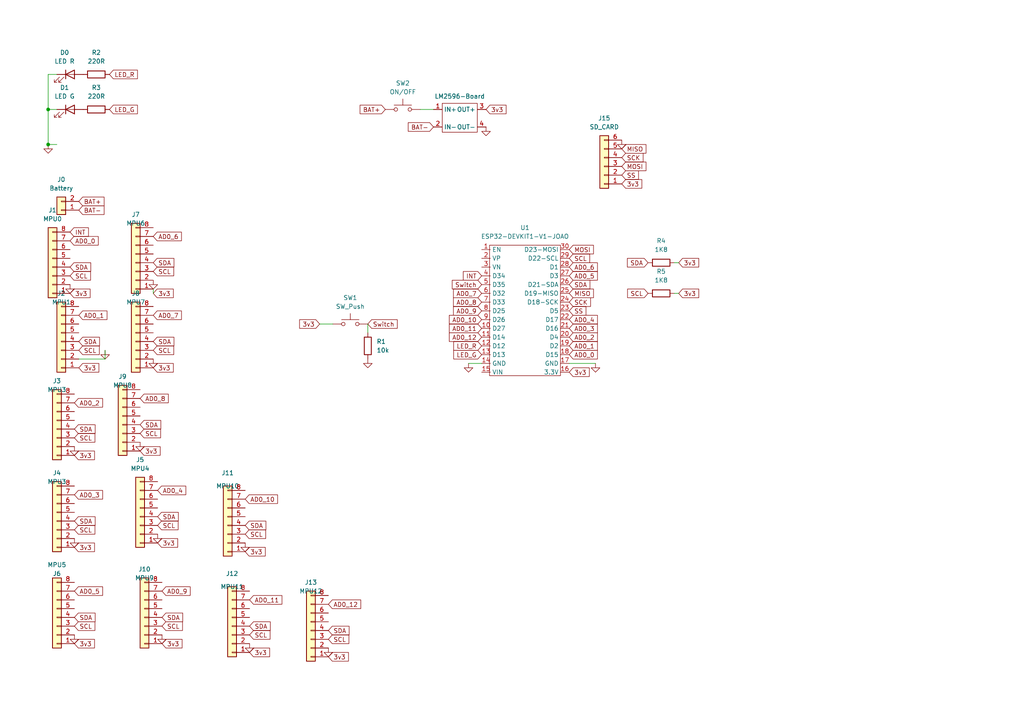
<source format=kicad_sch>
(kicad_sch (version 20230121) (generator eeschema)
  (paper "A4")
  (title_block (title "First Board") (date "2023-07-02") (rev "V0") (company "Gait Analysis project") (comment 1 "João Pedro Lima de Albuquerque") (comment 2 "Gabriel Lopes Sampaio Agune") (comment 3 "Guilherme Rodrigues de Amorim") (comment 4 "Indra Luisa Nascimento Marques"))
  (lib_symbols
    (symbol "Connector_Generic:Conn_01x02" (pin_names (offset 1.016) hide)
      (property "Reference" "J" (at 0 2.54 0))
      (property "Value" "Conn_01x02" (at 0 -5.08 0))
      (symbol "Conn_01x02_1_1"
        (rectangle (start -1.27 -2.413) (end 0 -2.667) (stroke (width 0.1524)))
        (rectangle (start -1.27 0.127) (end 0 -0.127) (stroke (width 0.1524)))
        (rectangle (start -1.27 1.27) (end 1.27 -3.81) (stroke (width 0.254)) (fill (type background)))
        (pin passive line (at -5.08 0 0) (length 3.81) (name "Pin_1") (number "1"))
        (pin passive line (at -5.08 -2.54 0) (length 3.81) (name "Pin_2") (number "2"))
      )
    )
    (symbol "Connector_Generic:Conn_01x06" (pin_names (offset 1.016) hide)
      (property "Reference" "J" (at 0 7.62 0))
      (property "Value" "Conn_01x06" (at 0 -10.16 0))
      (symbol "Conn_01x06_1_1"
        (rectangle (start -1.27 -7.493) (end 0 -7.747) (stroke (width 0.1524)))
        (rectangle (start -1.27 -4.953) (end 0 -5.207) (stroke (width 0.1524)))
        (rectangle (start -1.27 -2.413) (end 0 -2.667) (stroke (width 0.1524)))
        (rectangle (start -1.27 0.127) (end 0 -0.127) (stroke (width 0.1524)))
        (rectangle (start -1.27 2.667) (end 0 2.413) (stroke (width 0.1524)))
        (rectangle (start -1.27 5.207) (end 0 4.953) (stroke (width 0.1524)))
        (rectangle (start -1.27 6.35) (end 1.27 -8.89) (stroke (width 0.254)) (fill (type background)))
        (pin passive line (at -5.08 5.08 0) (length 3.81) (name "Pin_1") (number "1"))
        (pin passive line (at -5.08 2.54 0) (length 3.81) (name "Pin_2") (number "2"))
        (pin passive line (at -5.08 0 0) (length 3.81) (name "Pin_3") (number "3"))
        (pin passive line (at -5.08 -2.54 0) (length 3.81) (name "Pin_4") (number "4"))
        (pin passive line (at -5.08 -5.08 0) (length 3.81) (name "Pin_5") (number "5"))
        (pin passive line (at -5.08 -7.62 0) (length 3.81) (name "Pin_6") (number "6"))
      )
    )
    (symbol "Connector_Generic:Conn_01x08" (pin_names (offset 1.016) hide)
      (property "Reference" "J" (at 0 10.16 0))
      (property "Value" "Conn_01x08" (at 0 -12.7 0))
      (symbol "Conn_01x08_1_1"
        (rectangle (start -1.27 -10.033) (end 0 -10.287) (stroke (width 0.1524)))
        (rectangle (start -1.27 -7.493) (end 0 -7.747) (stroke (width 0.1524)))
        (rectangle (start -1.27 -4.953) (end 0 -5.207) (stroke (width 0.1524)))
        (rectangle (start -1.27 -2.413) (end 0 -2.667) (stroke (width 0.1524)))
        (rectangle (start -1.27 0.127) (end 0 -0.127) (stroke (width 0.1524)))
        (rectangle (start -1.27 2.667) (end 0 2.413) (stroke (width 0.1524)))
        (rectangle (start -1.27 5.207) (end 0 4.953) (stroke (width 0.1524)))
        (rectangle (start -1.27 7.747) (end 0 7.493) (stroke (width 0.1524)))
        (rectangle (start -1.27 8.89) (end 1.27 -11.43) (stroke (width 0.254)) (fill (type background)))
        (pin passive line (at -5.08 7.62 0) (length 3.81) (name "Pin_1") (number "1"))
        (pin passive line (at -5.08 5.08 0) (length 3.81) (name "Pin_2") (number "2"))
        (pin passive line (at -5.08 2.54 0) (length 3.81) (name "Pin_3") (number "3"))
        (pin passive line (at -5.08 0 0) (length 3.81) (name "Pin_4") (number "4"))
        (pin passive line (at -5.08 -2.54 0) (length 3.81) (name "Pin_5") (number "5"))
        (pin passive line (at -5.08 -5.08 0) (length 3.81) (name "Pin_6") (number "6"))
        (pin passive line (at -5.08 -7.62 0) (length 3.81) (name "Pin_7") (number "7"))
        (pin passive line (at -5.08 -10.16 0) (length 3.81) (name "Pin_8") (number "8"))
      )
    )
    (symbol "Device:LED" (pin_numbers hide) (pin_names (offset 1.016) hide)
      (property "Reference" "D" (at 0 2.54 0))
      (property "Value" "LED" (at 0 -2.54 0))
      (symbol "LED_0_1"
        (polyline (pts (xy -1.27 -1.27) (xy -1.27 1.27)) (stroke (width 0.254)))
        (polyline (pts (xy -1.27 0) (xy 1.27 0)))
        (polyline (pts (xy 1.27 -1.27) (xy 1.27 1.27) (xy -1.27 0) (xy 1.27 -1.27)) (stroke (width 0.254)))
        (polyline (pts (xy -3.048 -0.762) (xy -4.572 -2.286) (xy -3.81 -2.286) (xy -4.572 -2.286) (xy -4.572 -1.524)))
        (polyline (pts (xy -1.778 -0.762) (xy -3.302 -2.286) (xy -2.54 -2.286) (xy -3.302 -2.286) (xy -3.302 -1.524)))
      )
      (symbol "LED_1_1"
        (pin passive line (at -3.81 0 0) (length 2.54) (name "K") (number "1"))
        (pin passive line (at 3.81 0 180) (length 2.54) (name "A") (number "2"))
      )
    )
    (symbol "Device:R" (pin_numbers hide) (pin_names (offset 0))
      (property "Reference" "R" (at 2.032 0 90))
      (property "Value" "R" (at 0 0 90))
      (symbol "R_0_1"
        (rectangle (start -1.016 -2.54) (end 1.016 2.54) (stroke (width 0.254)))
      )
      (symbol "R_1_1"
        (pin passive line (at 0 3.81 270) (length 1.27) (name "~") (number "1"))
        (pin passive line (at 0 -3.81 90) (length 1.27) (name "~") (number "2"))
      )
    )
    (symbol "Switch:SW_Push" (pin_numbers hide) (pin_names (offset 1.016) hide)
      (property "Reference" "SW" (at 1.27 2.54 0))
      (property "Value" "SW_Push" (at 0 -1.524 0))
      (symbol "SW_Push_0_1"
        (circle (center -2.032 0) (radius 0.508))
        (polyline (pts (xy 0 1.27) (xy 0 3.048)))
        (polyline (pts (xy 2.54 1.27) (xy -2.54 1.27)))
        (circle (center 2.032 0) (radius 0.508))
        (pin passive line (at -5.08 0 0) (length 2.54) (name "1") (number "1"))
        (pin passive line (at 5.08 0 180) (length 2.54) (name "2") (number "2"))
      )
    )
    (symbol "TCC_Library:ESP32-DEVKIT1-V1-JOAO"
      (property "Reference" "U" (at -1.778 32.004 0))
      (property "Value" "ESP32-DEVKIT1-V1-JOAO" (at -1.778 32.004 0))
      (symbol "ESP32-DEVKIT1-V1-JOAO_0_1"
        (rectangle (start -10.414 21.59) (end 10.16 -16.256))
      )
      (symbol "ESP32-DEVKIT1-V1-JOAO_1_1"
        (pin input line (at -12.7 20.32 0) (length 2.54) (name "EN") (number "1"))
        (pin input line (at -12.7 -2.54 0) (length 2.54) (name "D27") (number "10"))
        (pin input line (at -12.7 -5.08 0) (length 2.54) (name "D14") (number "11"))
        (pin input line (at -12.7 -7.62 0) (length 2.54) (name "D12") (number "12"))
        (pin input line (at -12.7 -10.16 0) (length 2.54) (name "D13") (number "13"))
        (pin power_out line (at -12.7 -12.7 0) (length 2.54) (name "GND") (number "14"))
        (pin power_in line (at -12.7 -15.24 0) (length 2.54) (name "VIN") (number "15"))
        (pin input line (at 12.7 -15.24 180) (length 2.54) (name "3.3V") (number "16"))
        (pin power_out line (at 12.7 -12.7 180) (length 2.54) (name "GND") (number "17"))
        (pin input line (at 12.7 -10.16 180) (length 2.54) (name "D15") (number "18"))
        (pin input line (at 12.7 -7.62 180) (length 2.54) (name "D2") (number "19"))
        (pin input line (at -12.7 17.78 0) (length 2.54) (name "VP") (number "2"))
        (pin input line (at 12.7 -5.08 180) (length 2.54) (name "D4") (number "20"))
        (pin input line (at 12.7 -2.54 180) (length 2.54) (name "D16") (number "21"))
        (pin input line (at 12.7 0 180) (length 2.54) (name "D17") (number "22"))
        (pin input line (at 12.7 2.54 180) (length 2.54) (name "D5") (number "23"))
        (pin input line (at 12.7 5.08 180) (length 2.54) (name "D18-SCK") (number "24"))
        (pin input line (at 12.7 7.62 180) (length 2.54) (name "D19-MISO") (number "25"))
        (pin input line (at 12.7 10.16 180) (length 2.54) (name "D21-SDA") (number "26"))
        (pin input line (at 12.7 12.7 180) (length 2.54) (name "D3") (number "27"))
        (pin input line (at 12.7 15.24 180) (length 2.54) (name "D1") (number "28"))
        (pin output line (at 12.7 17.78 180) (length 2.54) (name "D22-SCL") (number "29"))
        (pin input line (at -12.7 15.24 0) (length 2.54) (name "VN") (number "3"))
        (pin output line (at 12.7 20.32 180) (length 2.54) (name "D23-MOSI") (number "30"))
        (pin input line (at -12.7 12.7 0) (length 2.54) (name "D34") (number "4"))
        (pin input line (at -12.7 10.16 0) (length 2.54) (name "D35") (number "5"))
        (pin input line (at -12.7 7.62 0) (length 2.54) (name "D32") (number "6"))
        (pin input line (at -12.7 5.08 0) (length 2.54) (name "D33") (number "7"))
        (pin input line (at -12.7 2.54 0) (length 2.54) (name "D25") (number "8"))
        (pin input line (at -12.7 0 0) (length 2.54) (name "D26") (number "9"))
      )
    )
    (symbol "TCC_Library:LM2596-Board"
      (property "Value" "LM2596-Board" (at -0.254 5.588 0))
      (symbol "LM2596-Board_0_1"
        (rectangle (start 5.08 4.318) (end -5.08 -4.064))
      )
      (symbol "LM2596-Board_1_1"
        (pin input line (at -7.62 2.54 0) (length 2.54) (name "IN+") (number "1"))
        (pin input line (at -7.62 -2.54 0) (length 2.54) (name "IN-") (number "2"))
        (pin input line (at 7.62 2.54 180) (length 2.54) (name "OUT+") (number "3"))
        (pin input line (at 7.62 -2.54 180) (length 2.54) (name "OUT-") (number "4"))
      )
    )
    (symbol "power:GND" (power) (pin_names (offset 0))
      (property "Value" "GND" (at 0 -3.81 0))
      (symbol "GND_0_1"
        (polyline (pts (xy 0 0) (xy 0 -1.27) (xy 1.27 -1.27) (xy 0 -2.54) (xy -1.27 -1.27) (xy 0 -1.27)))
      )
      (symbol "GND_1_1"
        (pin power_in line (at 0 0 270) (length 0) hide (name "GND") (number "1"))
      )
    )
  )
  (junction (at 13.97 41.91))
  (junction (at 13.97 31.75))
  (wire (pts (xy 44.45 83.82) (xy 44.45 85.09)))
  (wire (pts (xy 16.51 21.59) (xy 13.97 21.59)))
  (wire (pts (xy 106.68 93.98) (xy 106.68 96.52)))
  (wire (pts (xy 13.97 31.75) (xy 13.97 41.91)))
  (wire (pts (xy 92.71 93.98) (xy 96.52 93.98)))
  (wire (pts (xy 16.51 31.75) (xy 13.97 31.75)))
  (wire (pts (xy 13.97 21.59) (xy 13.97 31.75)))
  (wire (pts (xy 196.85 85.09) (xy 195.58 85.09)))
  (wire (pts (xy 121.92 31.75) (xy 125.73 31.75)))
  (wire (pts (xy 22.86 104.14) (xy 30.48 104.14)))
  (wire (pts (xy 30.48 104.14) (xy 30.48 101.6)))
  (wire (pts (xy 196.85 76.2) (xy 195.58 76.2)))
  (wire (pts (xy 172.72 105.41) (xy 165.1 105.41)))
  (wire (pts (xy 135.89 105.41) (xy 139.7 105.41)))
  (wire (pts (xy 13.97 41.91) (xy 16.51 41.91)))
  (global_label "3v3" (shape input) (at 44.45 85.09 0) (property "Intersheetrefs" "${INTERSHEET_REFS}" (effects hide)))
  (global_label "AD0_9" (shape input) (at 139.7 90.17 180) (property "Intersheetrefs" "${INTERSHEET_REFS}" (effects hide)))
  (global_label "LED_G" (shape input) (at 139.7 102.87 180) (property "Intersheetrefs" "${INTERSHEET_REFS}" (effects hide)))
  (global_label "SCL" (shape input) (at 21.59 127 0) (property "Intersheetrefs" "${INTERSHEET_REFS}" (effects hide)))
  (global_label "SDA" (shape input) (at 72.39 181.61 0) (property "Intersheetrefs" "${INTERSHEET_REFS}" (effects hide)))
  (global_label "LED_R" (shape input) (at 139.7 100.33 180) (property "Intersheetrefs" "${INTERSHEET_REFS}" (effects hide)))
  (global_label "SDA" (shape input) (at 165.1 82.55 0) (property "Intersheetrefs" "${INTERSHEET_REFS}" (effects hide)))
  (global_label "BAT-" (shape input) (at 125.73 36.83 180) (property "Intersheetrefs" "${INTERSHEET_REFS}" (effects hide)))
  (global_label "Switch" (shape input) (at 139.7 82.55 180) (property "Intersheetrefs" "${INTERSHEET_REFS}" (effects hide)))
  (global_label "AD0_4" (shape input) (at 165.1 92.71 0) (property "Intersheetrefs" "${INTERSHEET_REFS}" (effects hide)))
  (global_label "AD0_7" (shape input) (at 139.7 85.09 180) (property "Intersheetrefs" "${INTERSHEET_REFS}" (effects hide)))
  (global_label "SCL" (shape input) (at 71.12 154.94 0) (property "Intersheetrefs" "${INTERSHEET_REFS}" (effects hide)))
  (global_label "3v3" (shape input) (at 165.1 107.95 0) (property "Intersheetrefs" "${INTERSHEET_REFS}" (effects hide)))
  (global_label "3v3" (shape input) (at 21.59 186.69 0) (property "Intersheetrefs" "${INTERSHEET_REFS}" (effects hide)))
  (global_label "AD0_8" (shape input) (at 139.7 87.63 180) (property "Intersheetrefs" "${INTERSHEET_REFS}" (effects hide)))
  (global_label "MISO" (shape input) (at 165.1 85.09 0) (property "Intersheetrefs" "${INTERSHEET_REFS}" (effects hide)))
  (global_label "AD0_6" (shape input) (at 165.1 77.47 0) (property "Intersheetrefs" "${INTERSHEET_REFS}" (effects hide)))
  (global_label "SCL" (shape input) (at 187.96 85.09 180) (property "Intersheetrefs" "${INTERSHEET_REFS}" (effects hide)))
  (global_label "AD0_5" (shape input) (at 165.1 80.01 0) (property "Intersheetrefs" "${INTERSHEET_REFS}" (effects hide)))
  (global_label "AD0_0" (shape input) (at 20.32 69.85 0) (property "Intersheetrefs" "${INTERSHEET_REFS}" (effects hide)))
  (global_label "LED_R" (shape input) (at 31.75 21.59 0) (property "Intersheetrefs" "${INTERSHEET_REFS}" (effects hide)))
  (global_label "AD0_11" (shape input) (at 139.7 95.25 180) (property "Intersheetrefs" "${INTERSHEET_REFS}" (effects hide)))
  (global_label "SDA" (shape input) (at 45.72 149.86 0) (property "Intersheetrefs" "${INTERSHEET_REFS}" (effects hide)))
  (global_label "SCL" (shape input) (at 45.72 152.4 0) (property "Intersheetrefs" "${INTERSHEET_REFS}" (effects hide)))
  (global_label "LED_G" (shape input) (at 31.75 31.75 0) (property "Intersheetrefs" "${INTERSHEET_REFS}" (effects hide)))
  (global_label "MISO" (shape input) (at 180.34 43.18 0) (property "Intersheetrefs" "${INTERSHEET_REFS}" (effects hide)))
  (global_label "3v3" (shape input) (at 95.25 190.5 0) (property "Intersheetrefs" "${INTERSHEET_REFS}" (effects hide)))
  (global_label "3v3" (shape input) (at 180.34 53.34 0) (property "Intersheetrefs" "${INTERSHEET_REFS}" (effects hide)))
  (global_label "AD0_7" (shape input) (at 44.45 91.44 0) (property "Intersheetrefs" "${INTERSHEET_REFS}" (effects hide)))
  (global_label "MOSI" (shape input) (at 165.1 72.39 0) (property "Intersheetrefs" "${INTERSHEET_REFS}" (effects hide)))
  (global_label "SS" (shape input) (at 165.1 90.17 0) (property "Intersheetrefs" "${INTERSHEET_REFS}" (effects hide)))
  (global_label "SCK" (shape input) (at 180.34 45.72 0) (property "Intersheetrefs" "${INTERSHEET_REFS}" (effects hide)))
  (global_label "AD0_2" (shape input) (at 165.1 97.79 0) (property "Intersheetrefs" "${INTERSHEET_REFS}" (effects hide)))
  (global_label "SDA" (shape input) (at 20.32 77.47 0) (property "Intersheetrefs" "${INTERSHEET_REFS}" (effects hide)))
  (global_label "3v3" (shape input) (at 196.85 76.2 0) (property "Intersheetrefs" "${INTERSHEET_REFS}" (effects hide)))
  (global_label "3v3" (shape input) (at 20.32 85.09 0) (property "Intersheetrefs" "${INTERSHEET_REFS}" (effects hide)))
  (global_label "SCL" (shape input) (at 40.64 125.73 0) (property "Intersheetrefs" "${INTERSHEET_REFS}" (effects hide)))
  (global_label "3v3" (shape input) (at 46.99 186.69 0) (property "Intersheetrefs" "${INTERSHEET_REFS}" (effects hide)))
  (global_label "SS" (shape input) (at 180.34 50.8 0) (property "Intersheetrefs" "${INTERSHEET_REFS}" (effects hide)))
  (global_label "AD0_4" (shape input) (at 45.72 142.24 0) (property "Intersheetrefs" "${INTERSHEET_REFS}" (effects hide)))
  (global_label "AD0_5" (shape input) (at 21.59 171.45 0) (property "Intersheetrefs" "${INTERSHEET_REFS}" (effects hide)))
  (global_label "SCL" (shape input) (at 95.25 185.42 0) (property "Intersheetrefs" "${INTERSHEET_REFS}" (effects hide)))
  (global_label "SCK" (shape input) (at 165.1 87.63 0) (property "Intersheetrefs" "${INTERSHEET_REFS}" (effects hide)))
  (global_label "AD0_10" (shape input) (at 139.7 92.71 180) (property "Intersheetrefs" "${INTERSHEET_REFS}" (effects hide)))
  (global_label "SDA" (shape input) (at 95.25 182.88 0) (property "Intersheetrefs" "${INTERSHEET_REFS}" (effects hide)))
  (global_label "AD0_1" (shape input) (at 22.86 91.44 0) (property "Intersheetrefs" "${INTERSHEET_REFS}" (effects hide)))
  (global_label "3v3" (shape input) (at 140.97 31.75 0) (property "Intersheetrefs" "${INTERSHEET_REFS}" (effects hide)))
  (global_label "Switch" (shape input) (at 106.68 93.98 0) (property "Intersheetrefs" "${INTERSHEET_REFS}" (effects hide)))
  (global_label "SDA" (shape input) (at 44.45 76.2 0) (property "Intersheetrefs" "${INTERSHEET_REFS}" (effects hide)))
  (global_label "SDA" (shape input) (at 22.86 99.06 0) (property "Intersheetrefs" "${INTERSHEET_REFS}" (effects hide)))
  (global_label "SDA" (shape input) (at 21.59 124.46 0) (property "Intersheetrefs" "${INTERSHEET_REFS}" (effects hide)))
  (global_label "SDA" (shape input) (at 71.12 152.4 0) (property "Intersheetrefs" "${INTERSHEET_REFS}" (effects hide)))
  (global_label "3v3" (shape input) (at 44.45 106.68 0) (property "Intersheetrefs" "${INTERSHEET_REFS}" (effects hide)))
  (global_label "AD0_12" (shape input) (at 95.25 175.26 0) (property "Intersheetrefs" "${INTERSHEET_REFS}" (effects hide)))
  (global_label "INT" (shape input) (at 20.32 67.31 0) (property "Intersheetrefs" "${INTERSHEET_REFS}" (effects hide)))
  (global_label "AD0_1" (shape input) (at 165.1 100.33 0) (property "Intersheetrefs" "${INTERSHEET_REFS}" (effects hide)))
  (global_label "AD0_8" (shape input) (at 40.64 115.57 0) (property "Intersheetrefs" "${INTERSHEET_REFS}" (effects hide)))
  (global_label "AD0_6" (shape input) (at 44.45 68.58 0) (property "Intersheetrefs" "${INTERSHEET_REFS}" (effects hide)))
  (global_label "AD0_9" (shape input) (at 46.99 171.45 0) (property "Intersheetrefs" "${INTERSHEET_REFS}" (effects hide)))
  (global_label "AD0_11" (shape input) (at 72.39 173.99 0) (property "Intersheetrefs" "${INTERSHEET_REFS}" (effects hide)))
  (global_label "BAT+" (shape input) (at 111.76 31.75 180) (property "Intersheetrefs" "${INTERSHEET_REFS}" (effects hide)))
  (global_label "3v3" (shape input) (at 22.86 106.68 0) (property "Intersheetrefs" "${INTERSHEET_REFS}" (effects hide)))
  (global_label "AD0_3" (shape input) (at 21.59 143.51 0) (property "Intersheetrefs" "${INTERSHEET_REFS}" (effects hide)))
  (global_label "3v3" (shape input) (at 21.59 132.08 0) (property "Intersheetrefs" "${INTERSHEET_REFS}" (effects hide)))
  (global_label "3v3" (shape input) (at 72.39 189.23 0) (property "Intersheetrefs" "${INTERSHEET_REFS}" (effects hide)))
  (global_label "3v3" (shape input) (at 92.71 93.98 180) (property "Intersheetrefs" "${INTERSHEET_REFS}" (effects hide)))
  (global_label "SCL" (shape input) (at 21.59 153.67 0) (property "Intersheetrefs" "${INTERSHEET_REFS}" (effects hide)))
  (global_label "INT" (shape input) (at 139.7 80.01 180) (property "Intersheetrefs" "${INTERSHEET_REFS}" (effects hide)))
  (global_label "3v3" (shape input) (at 196.85 85.09 0) (property "Intersheetrefs" "${INTERSHEET_REFS}" (effects hide)))
  (global_label "SCL" (shape input) (at 72.39 184.15 0) (property "Intersheetrefs" "${INTERSHEET_REFS}" (effects hide)))
  (global_label "SCL" (shape input) (at 165.1 74.93 0) (property "Intersheetrefs" "${INTERSHEET_REFS}" (effects hide)))
  (global_label "SCL" (shape input) (at 44.45 78.74 0) (property "Intersheetrefs" "${INTERSHEET_REFS}" (effects hide)))
  (global_label "3v3" (shape input) (at 45.72 157.48 0) (property "Intersheetrefs" "${INTERSHEET_REFS}" (effects hide)))
  (global_label "SCL" (shape input) (at 21.59 181.61 0) (property "Intersheetrefs" "${INTERSHEET_REFS}" (effects hide)))
  (global_label "SCL" (shape input) (at 46.99 181.61 0) (property "Intersheetrefs" "${INTERSHEET_REFS}" (effects hide)))
  (global_label "SDA" (shape input) (at 40.64 123.19 0) (property "Intersheetrefs" "${INTERSHEET_REFS}" (effects hide)))
  (global_label "AD0_0" (shape input) (at 165.1 102.87 0) (property "Intersheetrefs" "${INTERSHEET_REFS}" (effects hide)))
  (global_label "MOSI" (shape input) (at 180.34 48.26 0) (property "Intersheetrefs" "${INTERSHEET_REFS}" (effects hide)))
  (global_label "AD0_10" (shape input) (at 71.12 144.78 0) (property "Intersheetrefs" "${INTERSHEET_REFS}" (effects hide)))
  (global_label "SCL" (shape input) (at 22.86 101.6 0) (property "Intersheetrefs" "${INTERSHEET_REFS}" (effects hide)))
  (global_label "AD0_2" (shape input) (at 21.59 116.84 0) (property "Intersheetrefs" "${INTERSHEET_REFS}" (effects hide)))
  (global_label "SDA" (shape input) (at 46.99 179.07 0) (property "Intersheetrefs" "${INTERSHEET_REFS}" (effects hide)))
  (global_label "AD0_3" (shape input) (at 165.1 95.25 0) (property "Intersheetrefs" "${INTERSHEET_REFS}" (effects hide)))
  (global_label "SCL" (shape input) (at 20.32 80.01 0) (property "Intersheetrefs" "${INTERSHEET_REFS}" (effects hide)))
  (global_label "BAT-" (shape input) (at 22.86 60.96 0) (property "Intersheetrefs" "${INTERSHEET_REFS}" (effects hide)))
  (global_label "SDA" (shape input) (at 187.96 76.2 180) (property "Intersheetrefs" "${INTERSHEET_REFS}" (effects hide)))
  (global_label "SCL" (shape input) (at 44.45 101.6 0) (property "Intersheetrefs" "${INTERSHEET_REFS}" (effects hide)))
  (global_label "3v3" (shape input) (at 71.12 160.02 0) (property "Intersheetrefs" "${INTERSHEET_REFS}" (effects hide)))
  (global_label "3v3" (shape input) (at 21.59 158.75 0) (property "Intersheetrefs" "${INTERSHEET_REFS}" (effects hide)))
  (global_label "3v3" (shape input) (at 40.64 130.81 0) (property "Intersheetrefs" "${INTERSHEET_REFS}" (effects hide)))
  (global_label "SDA" (shape input) (at 44.45 99.06 0) (property "Intersheetrefs" "${INTERSHEET_REFS}" (effects hide)))
  (global_label "BAT+" (shape input) (at 22.86 58.42 0) (property "Intersheetrefs" "${INTERSHEET_REFS}" (effects hide)))
  (global_label "SDA" (shape input) (at 21.59 179.07 0) (property "Intersheetrefs" "${INTERSHEET_REFS}" (effects hide)))
  (global_label "AD0_12" (shape input) (at 139.7 97.79 180) (property "Intersheetrefs" "${INTERSHEET_REFS}" (effects hide)))
  (global_label "SDA" (shape input) (at 21.59 151.13 0) (property "Intersheetrefs" "${INTERSHEET_REFS}" (effects hide)))
  (symbol (lib_id "power:GND") (at 95.25 187.96 0) (unit 1)
    (property "Reference" "#PWR0103" (effects hide))
    (property "Value" "GND" (effects hide))
  )
  (symbol (lib_id "TCC_Library:ESP32-DEVKIT1-V1-JOAO") (at 152.4 92.71 0) (unit 1)
    (property "Reference" "U1" (at 152.273 66.04 0))
    (property "Value" "ESP32-DEVKIT1-V1-JOAO" (at 152.273 68.58 0))
    (property "Footprint" "TCC_FOOTPRINTS:MODULE_ESP32_DEVKIT_V1" (effects hide))
  )
  (symbol (lib_id "Device:LED") (at 20.32 31.75 0) (unit 1)
    (property "Reference" "D1" (at 18.7325 25.4 0))
    (property "Value" "LED G" (at 18.7325 27.94 0))
    (property "Footprint" "Resistor_THT:R_Axial_DIN0204_L3.6mm_D1.6mm_P7.62mm_Horizontal" (effects hide))
  )
  (symbol (lib_id "Connector_Generic:Conn_01x08") (at 35.56 123.19 180) (unit 1)
    (property "Reference" "J9" (at 35.56 109.22 0))
    (property "Value" "MPU8" (at 35.56 111.76 0))
    (property "Footprint" "Connector_PinHeader_2.54mm:PinHeader_1x08_P2.54mm_Vertical" (effects hide))
  )
  (symbol (lib_id "power:GND") (at 71.12 157.48 0) (unit 1)
    (property "Reference" "#PWR0107" (effects hide))
    (property "Value" "GND" (effects hide))
  )
  (symbol (lib_id "Connector_Generic:Conn_01x08") (at 16.51 124.46 180) (unit 1)
    (property "Reference" "J3" (at 16.51 110.49 0))
    (property "Value" "MPU3" (at 16.51 113.03 0))
    (property "Footprint" "Connector_PinHeader_2.54mm:PinHeader_1x08_P2.54mm_Vertical" (effects hide))
  )
  (symbol (lib_id "power:GND") (at 20.32 82.55 0) (unit 1)
    (property "Reference" "#PWR0109" (effects hide))
    (property "Value" "GND" (effects hide))
  )
  (symbol (lib_id "power:GND") (at 72.39 186.69 0) (unit 1)
    (property "Reference" "#PWR0105" (effects hide))
    (property "Value" "GND" (effects hide))
  )
  (symbol (lib_id "Switch:SW_Push") (at 101.6 93.98 0) (unit 1)
    (property "Reference" "SW1" (at 101.6 86.36 0))
    (property "Value" "SW_Push" (at 101.6 88.9 0))
    (property "Footprint" "Button_Switch_THT:SW_PUSH_6mm_H5mm" (effects hide))
  )
  (symbol (lib_id "Device:R") (at 191.77 85.09 90) (unit 1)
    (property "Reference" "R5" (at 191.77 78.74 90))
    (property "Value" "1K8" (at 191.77 81.28 90))
    (property "Footprint" "Resistor_THT:R_Axial_DIN0207_L6.3mm_D2.5mm_P10.16mm_Horizontal" (effects hide))
  )
  (symbol (lib_id "power:GND") (at 180.34 40.64 0) (unit 1)
    (property "Reference" "#PWR0118" (effects hide))
    (property "Value" "GND" (effects hide))
  )
  (symbol (lib_id "Connector_Generic:Conn_01x06") (at 175.26 48.26 180) (unit 1)
    (property "Reference" "J15" (at 175.26 34.29 0))
    (property "Value" "SD_CARD" (at 175.26 36.83 0))
    (property "Footprint" "Connector_PinHeader_2.54mm:PinHeader_1x06_P2.54mm_Vertical" (effects hide))
  )
  (symbol (lib_id "power:GND") (at 106.68 104.14 0) (unit 1)
    (property "Reference" "#PWR01" (effects hide))
    (property "Value" "GND" (effects hide))
  )
  (symbol (lib_id "Connector_Generic:Conn_01x08") (at 66.04 152.4 180) (unit 1)
    (property "Reference" "J11" (at 66.04 137.16 0))
    (property "Value" "MPU10" (at 66.04 140.97 0))
    (property "Footprint" "Connector_PinHeader_2.54mm:PinHeader_1x08_P2.54mm_Vertical" (effects hide))
  )
  (symbol (lib_id "power:GND") (at 44.45 104.14 0) (unit 1)
    (property "Reference" "#PWR0112" (effects hide))
    (property "Value" "GND" (effects hide))
  )
  (symbol (lib_id "Device:R") (at 27.94 21.59 90) (unit 1)
    (property "Reference" "R2" (at 27.94 15.24 90))
    (property "Value" "220R" (at 27.94 17.78 90))
    (property "Footprint" "Resistor_THT:R_Axial_DIN0207_L6.3mm_D2.5mm_P10.16mm_Horizontal" (effects hide))
  )
  (symbol (lib_id "power:GND") (at 21.59 129.54 0) (unit 1)
    (property "Reference" "#PWR0116" (effects hide))
    (property "Value" "GND" (effects hide))
  )
  (symbol (lib_id "Connector_Generic:Conn_01x08") (at 39.37 99.06 180) (unit 1)
    (property "Reference" "J8" (at 39.37 85.09 0))
    (property "Value" "MPU7" (at 39.37 87.63 0))
    (property "Footprint" "Connector_PinHeader_2.54mm:PinHeader_1x08_P2.54mm_Vertical" (effects hide))
  )
  (symbol (lib_id "power:GND") (at 21.59 156.21 0) (unit 1)
    (property "Reference" "#PWR0111" (effects hide))
    (property "Value" "GND" (effects hide))
  )
  (symbol (lib_id "TCC_Library:LM2596-Board") (at 133.35 34.29 0) (unit 1)
    (property "Reference" "U2" (effects hide))
    (property "Value" "LM2596-Board" (at 133.35 27.94 0))
    (property "Footprint" "TCC_FOOTPRINTS:LM2596_Board" (effects hide))
  )
  (symbol (lib_id "power:GND") (at 45.72 154.94 0) (unit 1)
    (property "Reference" "#PWR0106" (effects hide))
    (property "Value" "GND" (effects hide))
  )
  (symbol (lib_id "Connector_Generic:Conn_01x08") (at 90.17 182.88 180) (unit 1)
    (property "Reference" "J13" (at 90.17 168.91 0))
    (property "Value" "MPU12" (at 90.17 171.45 0))
    (property "Footprint" "Connector_PinHeader_2.54mm:PinHeader_1x08_P2.54mm_Vertical" (effects hide))
  )
  (symbol (lib_id "Connector_Generic:Conn_01x08") (at 41.91 179.07 180) (unit 1)
    (property "Reference" "J10" (at 41.91 165.1 0))
    (property "Value" "MPU9" (at 41.91 167.64 0))
    (property "Footprint" "Connector_PinHeader_2.54mm:PinHeader_1x08_P2.54mm_Vertical" (effects hide))
  )
  (symbol (lib_id "Switch:SW_Push") (at 116.84 31.75 0) (unit 1)
    (property "Reference" "SW2" (at 116.84 24.13 0))
    (property "Value" "ON/OFF" (at 116.84 26.67 0))
    (property "Footprint" "TCC_FOOTPRINTS:BOTAO-ONOFF" (effects hide))
  )
  (symbol (lib_id "power:GND") (at 46.99 184.15 0) (unit 1)
    (property "Reference" "#PWR0114" (effects hide))
    (property "Value" "GND" (effects hide))
  )
  (symbol (lib_id "Device:R") (at 191.77 76.2 270) (unit 1)
    (property "Reference" "R4" (at 191.77 69.85 90))
    (property "Value" "1K8" (at 191.77 72.39 90))
    (property "Footprint" "Resistor_THT:R_Axial_DIN0207_L6.3mm_D2.5mm_P10.16mm_Horizontal" (effects hide))
  )
  (symbol (lib_id "power:GND") (at 140.97 36.83 0) (unit 1)
    (property "Reference" "#PWR0117" (effects hide))
    (property "Value" "GND" (effects hide))
  )
  (symbol (lib_id "Connector_Generic:Conn_01x08") (at 67.31 181.61 180) (unit 1)
    (property "Reference" "J12" (at 67.31 166.37 0))
    (property "Value" "MPU11" (at 67.31 170.18 0))
    (property "Footprint" "Connector_PinHeader_2.54mm:PinHeader_1x08_P2.54mm_Vertical" (effects hide))
  )
  (symbol (lib_id "Connector_Generic:Conn_01x08") (at 40.64 149.86 180) (unit 1)
    (property "Reference" "J5" (at 40.64 133.35 0))
    (property "Value" "MPU4" (at 40.64 135.89 0))
    (property "Footprint" "Connector_PinHeader_2.54mm:PinHeader_1x08_P2.54mm_Vertical" (effects hide))
  )
  (symbol (lib_id "Device:R") (at 27.94 31.75 90) (unit 1)
    (property "Reference" "R3" (at 27.94 25.4 90))
    (property "Value" "220R" (at 27.94 27.94 90))
    (property "Footprint" "Resistor_THT:R_Axial_DIN0207_L6.3mm_D2.5mm_P10.16mm_Horizontal" (effects hide))
  )
  (symbol (lib_id "power:GND") (at 44.45 81.28 0) (unit 1)
    (property "Reference" "#PWR0110" (effects hide))
    (property "Value" "GND" (effects hide))
  )
  (symbol (lib_id "power:GND") (at 40.64 128.27 0) (unit 1)
    (property "Reference" "#PWR0115" (effects hide))
    (property "Value" "GND" (effects hide))
  )
  (symbol (lib_id "Connector_Generic:Conn_01x08") (at 16.51 179.07 180) (unit 1)
    (property "Reference" "J6" (at 16.51 166.37 0))
    (property "Value" "MPU5" (at 16.51 163.83 0))
    (property "Footprint" "Connector_PinHeader_2.54mm:PinHeader_1x08_P2.54mm_Vertical" (effects hide))
  )
  (symbol (lib_id "Device:R") (at 106.68 100.33 0) (unit 1)
    (property "Reference" "R1" (at 109.22 99.0599 0) (effects (justify left)))
    (property "Value" "10k" (at 109.22 101.5999 0) (effects (justify left)))
    (property "Footprint" "Resistor_THT:R_Axial_DIN0207_L6.3mm_D2.5mm_P10.16mm_Horizontal" (effects hide))
  )
  (symbol (lib_id "Connector_Generic:Conn_01x08") (at 15.24 77.47 180) (unit 1)
    (property "Reference" "J1" (at 15.24 60.96 0))
    (property "Value" "MPU0" (at 15.24 63.5 0))
    (property "Footprint" "Connector_PinHeader_2.54mm:PinHeader_1x08_P2.54mm_Vertical" (effects hide))
  )
  (symbol (lib_id "Connector_Generic:Conn_01x08") (at 16.51 151.13 180) (unit 1)
    (property "Reference" "J4" (at 16.51 137.16 0))
    (property "Value" "MPU3" (at 16.51 139.7 0))
    (property "Footprint" "Connector_PinHeader_2.54mm:PinHeader_1x08_P2.54mm_Vertical" (effects hide))
  )
  (symbol (lib_id "Device:LED") (at 20.32 21.59 0) (unit 1)
    (property "Reference" "D0" (at 18.7325 15.24 0))
    (property "Value" "LED R" (at 18.7325 17.78 0))
    (property "Footprint" "Resistor_THT:R_Axial_DIN0204_L3.6mm_D1.6mm_P7.62mm_Horizontal" (effects hide))
  )
  (symbol (lib_id "power:GND") (at 172.72 105.41 0) (unit 1)
    (property "Reference" "#PWR0101" (effects hide))
    (property "Value" "GND" (effects hide))
  )
  (symbol (lib_id "Connector_Generic:Conn_01x08") (at 39.37 76.2 180) (unit 1)
    (property "Reference" "J7" (at 39.37 62.23 0))
    (property "Value" "MPU6" (at 39.37 64.77 0))
    (property "Footprint" "Connector_PinHeader_2.54mm:PinHeader_1x08_P2.54mm_Vertical" (effects hide))
  )
  (symbol (lib_id "power:GND") (at 30.48 101.6 0) (unit 1)
    (property "Reference" "#PWR0113" (effects hide))
    (property "Value" "GND" (effects hide))
  )
  (symbol (lib_id "power:GND") (at 135.89 105.41 0) (unit 1)
    (property "Reference" "#PWR0102" (effects hide))
    (property "Value" "GND" (effects hide))
  )
  (symbol (lib_id "Connector_Generic:Conn_01x08") (at 17.78 99.06 180) (unit 1)
    (property "Reference" "J2" (at 17.78 85.09 0))
    (property "Value" "MPU1" (at 17.78 87.63 0))
    (property "Footprint" "Connector_PinHeader_2.54mm:PinHeader_1x08_P2.54mm_Vertical" (effects hide))
  )
  (symbol (lib_id "Connector_Generic:Conn_01x02") (at 17.78 60.96 180) (unit 1)
    (property "Reference" "J0" (at 17.78 52.07 0))
    (property "Value" "Battery" (at 17.78 54.61 0))
    (property "Footprint" "Connector_PinHeader_2.54mm:PinHeader_1x02_P2.54mm_Vertical" (effects hide))
  )
  (symbol (lib_id "power:GND") (at 13.97 41.91 0) (unit 1)
    (property "Reference" "#PWR0108" (effects hide))
    (property "Value" "GND" (effects hide))
  )
  (symbol (lib_id "power:GND") (at 21.59 184.15 0) (unit 1)
    (property "Reference" "#PWR0104" (effects hide))
    (property "Value" "GND" (effects hide))
  )
)
</source>
